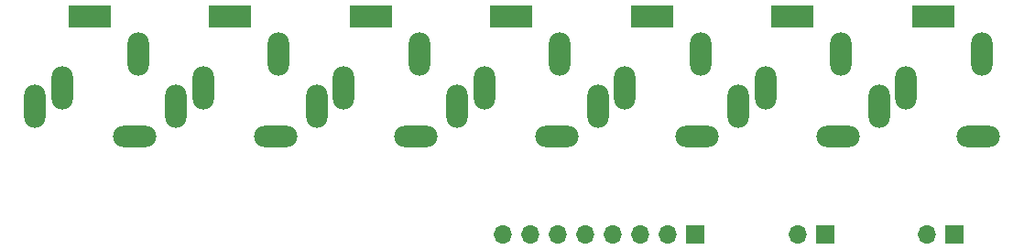
<source format=gbr>
%TF.GenerationSoftware,KiCad,Pcbnew,5.1.9+dfsg1-1*%
%TF.CreationDate,2021-03-30T03:15:21-07:00*%
%TF.ProjectId,hygrometer_connector_board,68796772-6f6d-4657-9465-725f636f6e6e,1.0*%
%TF.SameCoordinates,Original*%
%TF.FileFunction,Soldermask,Top*%
%TF.FilePolarity,Negative*%
%FSLAX46Y46*%
G04 Gerber Fmt 4.6, Leading zero omitted, Abs format (unit mm)*
G04 Created by KiCad (PCBNEW 5.1.9+dfsg1-1) date 2021-03-30 03:15:21*
%MOMM*%
%LPD*%
G01*
G04 APERTURE LIST*
%ADD10O,1.700000X1.700000*%
%ADD11R,1.700000X1.700000*%
%ADD12O,2.000000X4.000000*%
%ADD13O,4.000000X2.000000*%
%ADD14R,4.000000X2.000000*%
G04 APERTURE END LIST*
D10*
%TO.C,J10*%
X172460000Y-122000000D03*
D11*
X175000000Y-122000000D03*
%TD*%
D10*
%TO.C,J9*%
X184460000Y-122000000D03*
D11*
X187000000Y-122000000D03*
%TD*%
D10*
%TO.C,J8*%
X145220000Y-122000000D03*
X147760000Y-122000000D03*
X150300000Y-122000000D03*
X152840000Y-122000000D03*
X155380000Y-122000000D03*
X157920000Y-122000000D03*
X160460000Y-122000000D03*
D11*
X163000000Y-122000000D03*
%TD*%
D12*
%TO.C,J7*%
X111500000Y-105300000D03*
D13*
X111200000Y-112900000D03*
D12*
X104500000Y-108400000D03*
X102000000Y-110100000D03*
D14*
X107000000Y-101800000D03*
%TD*%
D12*
%TO.C,J6*%
X124500000Y-105300000D03*
D13*
X124200000Y-112900000D03*
D12*
X117500000Y-108400000D03*
X115000000Y-110100000D03*
D14*
X120000000Y-101800000D03*
%TD*%
D12*
%TO.C,J5*%
X137500000Y-105300000D03*
D13*
X137200000Y-112900000D03*
D12*
X130500000Y-108400000D03*
X128000000Y-110100000D03*
D14*
X133000000Y-101800000D03*
%TD*%
D12*
%TO.C,J4*%
X150500000Y-105300000D03*
D13*
X150200000Y-112900000D03*
D12*
X143500000Y-108400000D03*
X141000000Y-110100000D03*
D14*
X146000000Y-101800000D03*
%TD*%
D12*
%TO.C,J3*%
X163500000Y-105300000D03*
D13*
X163200000Y-112900000D03*
D12*
X156500000Y-108400000D03*
X154000000Y-110100000D03*
D14*
X159000000Y-101800000D03*
%TD*%
D12*
%TO.C,J2*%
X176500000Y-105300000D03*
D13*
X176200000Y-112900000D03*
D12*
X169500000Y-108400000D03*
X167000000Y-110100000D03*
D14*
X172000000Y-101800000D03*
%TD*%
D12*
%TO.C,J1*%
X189500000Y-105300000D03*
D13*
X189200000Y-112900000D03*
D12*
X182500000Y-108400000D03*
X180000000Y-110100000D03*
D14*
X185000000Y-101800000D03*
%TD*%
M02*

</source>
